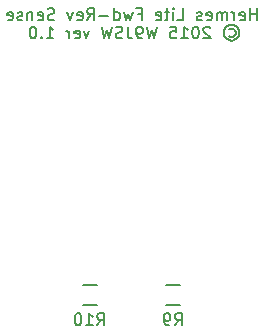
<source format=gbo>
%FSLAX46Y46*%
G04 Gerber Fmt 4.6, Leading zero omitted, Abs format (unit mm)*
G04 Created by KiCad (PCBNEW (2014-10-27 BZR 5228)-product) date 15/05/2015 07:51:36*
%MOMM*%
G01*
G04 APERTURE LIST*
%ADD10C,0.100000*%
%ADD11C,0.150000*%
G04 APERTURE END LIST*
D10*
D11*
X152911905Y-102427381D02*
X152911905Y-101427381D01*
X152911905Y-101903571D02*
X152340476Y-101903571D01*
X152340476Y-102427381D02*
X152340476Y-101427381D01*
X151483333Y-102379762D02*
X151578571Y-102427381D01*
X151769048Y-102427381D01*
X151864286Y-102379762D01*
X151911905Y-102284524D01*
X151911905Y-101903571D01*
X151864286Y-101808333D01*
X151769048Y-101760714D01*
X151578571Y-101760714D01*
X151483333Y-101808333D01*
X151435714Y-101903571D01*
X151435714Y-101998810D01*
X151911905Y-102094048D01*
X151007143Y-102427381D02*
X151007143Y-101760714D01*
X151007143Y-101951190D02*
X150959524Y-101855952D01*
X150911905Y-101808333D01*
X150816667Y-101760714D01*
X150721428Y-101760714D01*
X150388095Y-102427381D02*
X150388095Y-101760714D01*
X150388095Y-101855952D02*
X150340476Y-101808333D01*
X150245238Y-101760714D01*
X150102380Y-101760714D01*
X150007142Y-101808333D01*
X149959523Y-101903571D01*
X149959523Y-102427381D01*
X149959523Y-101903571D02*
X149911904Y-101808333D01*
X149816666Y-101760714D01*
X149673809Y-101760714D01*
X149578571Y-101808333D01*
X149530952Y-101903571D01*
X149530952Y-102427381D01*
X148673809Y-102379762D02*
X148769047Y-102427381D01*
X148959524Y-102427381D01*
X149054762Y-102379762D01*
X149102381Y-102284524D01*
X149102381Y-101903571D01*
X149054762Y-101808333D01*
X148959524Y-101760714D01*
X148769047Y-101760714D01*
X148673809Y-101808333D01*
X148626190Y-101903571D01*
X148626190Y-101998810D01*
X149102381Y-102094048D01*
X148245238Y-102379762D02*
X148150000Y-102427381D01*
X147959524Y-102427381D01*
X147864285Y-102379762D01*
X147816666Y-102284524D01*
X147816666Y-102236905D01*
X147864285Y-102141667D01*
X147959524Y-102094048D01*
X148102381Y-102094048D01*
X148197619Y-102046429D01*
X148245238Y-101951190D01*
X148245238Y-101903571D01*
X148197619Y-101808333D01*
X148102381Y-101760714D01*
X147959524Y-101760714D01*
X147864285Y-101808333D01*
X146149999Y-102427381D02*
X146626190Y-102427381D01*
X146626190Y-101427381D01*
X145816666Y-102427381D02*
X145816666Y-101760714D01*
X145816666Y-101427381D02*
X145864285Y-101475000D01*
X145816666Y-101522619D01*
X145769047Y-101475000D01*
X145816666Y-101427381D01*
X145816666Y-101522619D01*
X145483333Y-101760714D02*
X145102381Y-101760714D01*
X145340476Y-101427381D02*
X145340476Y-102284524D01*
X145292857Y-102379762D01*
X145197619Y-102427381D01*
X145102381Y-102427381D01*
X144388094Y-102379762D02*
X144483332Y-102427381D01*
X144673809Y-102427381D01*
X144769047Y-102379762D01*
X144816666Y-102284524D01*
X144816666Y-101903571D01*
X144769047Y-101808333D01*
X144673809Y-101760714D01*
X144483332Y-101760714D01*
X144388094Y-101808333D01*
X144340475Y-101903571D01*
X144340475Y-101998810D01*
X144816666Y-102094048D01*
X142816665Y-101903571D02*
X143149999Y-101903571D01*
X143149999Y-102427381D02*
X143149999Y-101427381D01*
X142673808Y-101427381D01*
X142388094Y-101760714D02*
X142197618Y-102427381D01*
X142007141Y-101951190D01*
X141816665Y-102427381D01*
X141626189Y-101760714D01*
X140816665Y-102427381D02*
X140816665Y-101427381D01*
X140816665Y-102379762D02*
X140911903Y-102427381D01*
X141102380Y-102427381D01*
X141197618Y-102379762D01*
X141245237Y-102332143D01*
X141292856Y-102236905D01*
X141292856Y-101951190D01*
X141245237Y-101855952D01*
X141197618Y-101808333D01*
X141102380Y-101760714D01*
X140911903Y-101760714D01*
X140816665Y-101808333D01*
X140340475Y-102046429D02*
X139578570Y-102046429D01*
X138530951Y-102427381D02*
X138864285Y-101951190D01*
X139102380Y-102427381D02*
X139102380Y-101427381D01*
X138721427Y-101427381D01*
X138626189Y-101475000D01*
X138578570Y-101522619D01*
X138530951Y-101617857D01*
X138530951Y-101760714D01*
X138578570Y-101855952D01*
X138626189Y-101903571D01*
X138721427Y-101951190D01*
X139102380Y-101951190D01*
X137721427Y-102379762D02*
X137816665Y-102427381D01*
X138007142Y-102427381D01*
X138102380Y-102379762D01*
X138149999Y-102284524D01*
X138149999Y-101903571D01*
X138102380Y-101808333D01*
X138007142Y-101760714D01*
X137816665Y-101760714D01*
X137721427Y-101808333D01*
X137673808Y-101903571D01*
X137673808Y-101998810D01*
X138149999Y-102094048D01*
X137340475Y-101760714D02*
X137102380Y-102427381D01*
X136864284Y-101760714D01*
X135769046Y-102379762D02*
X135626189Y-102427381D01*
X135388093Y-102427381D01*
X135292855Y-102379762D01*
X135245236Y-102332143D01*
X135197617Y-102236905D01*
X135197617Y-102141667D01*
X135245236Y-102046429D01*
X135292855Y-101998810D01*
X135388093Y-101951190D01*
X135578570Y-101903571D01*
X135673808Y-101855952D01*
X135721427Y-101808333D01*
X135769046Y-101713095D01*
X135769046Y-101617857D01*
X135721427Y-101522619D01*
X135673808Y-101475000D01*
X135578570Y-101427381D01*
X135340474Y-101427381D01*
X135197617Y-101475000D01*
X134388093Y-102379762D02*
X134483331Y-102427381D01*
X134673808Y-102427381D01*
X134769046Y-102379762D01*
X134816665Y-102284524D01*
X134816665Y-101903571D01*
X134769046Y-101808333D01*
X134673808Y-101760714D01*
X134483331Y-101760714D01*
X134388093Y-101808333D01*
X134340474Y-101903571D01*
X134340474Y-101998810D01*
X134816665Y-102094048D01*
X133911903Y-101760714D02*
X133911903Y-102427381D01*
X133911903Y-101855952D02*
X133864284Y-101808333D01*
X133769046Y-101760714D01*
X133626188Y-101760714D01*
X133530950Y-101808333D01*
X133483331Y-101903571D01*
X133483331Y-102427381D01*
X133054760Y-102379762D02*
X132959522Y-102427381D01*
X132769046Y-102427381D01*
X132673807Y-102379762D01*
X132626188Y-102284524D01*
X132626188Y-102236905D01*
X132673807Y-102141667D01*
X132769046Y-102094048D01*
X132911903Y-102094048D01*
X133007141Y-102046429D01*
X133054760Y-101951190D01*
X133054760Y-101903571D01*
X133007141Y-101808333D01*
X132911903Y-101760714D01*
X132769046Y-101760714D01*
X132673807Y-101808333D01*
X131816664Y-102379762D02*
X131911902Y-102427381D01*
X132102379Y-102427381D01*
X132197617Y-102379762D01*
X132245236Y-102284524D01*
X132245236Y-101903571D01*
X132197617Y-101808333D01*
X132102379Y-101760714D01*
X131911902Y-101760714D01*
X131816664Y-101808333D01*
X131769045Y-101903571D01*
X131769045Y-101998810D01*
X132245236Y-102094048D01*
X150578571Y-103215476D02*
X150673809Y-103167857D01*
X150864285Y-103167857D01*
X150959523Y-103215476D01*
X151054761Y-103310714D01*
X151102380Y-103405952D01*
X151102380Y-103596429D01*
X151054761Y-103691667D01*
X150959523Y-103786905D01*
X150864285Y-103834524D01*
X150673809Y-103834524D01*
X150578571Y-103786905D01*
X150769047Y-102834524D02*
X151007142Y-102882143D01*
X151245238Y-103025000D01*
X151388095Y-103263095D01*
X151435714Y-103501190D01*
X151388095Y-103739286D01*
X151245238Y-103977381D01*
X151007142Y-104120238D01*
X150769047Y-104167857D01*
X150530952Y-104120238D01*
X150292857Y-103977381D01*
X150150000Y-103739286D01*
X150102380Y-103501190D01*
X150150000Y-103263095D01*
X150292857Y-103025000D01*
X150530952Y-102882143D01*
X150769047Y-102834524D01*
X148959523Y-103072619D02*
X148911904Y-103025000D01*
X148816666Y-102977381D01*
X148578570Y-102977381D01*
X148483332Y-103025000D01*
X148435713Y-103072619D01*
X148388094Y-103167857D01*
X148388094Y-103263095D01*
X148435713Y-103405952D01*
X149007142Y-103977381D01*
X148388094Y-103977381D01*
X147769047Y-102977381D02*
X147673808Y-102977381D01*
X147578570Y-103025000D01*
X147530951Y-103072619D01*
X147483332Y-103167857D01*
X147435713Y-103358333D01*
X147435713Y-103596429D01*
X147483332Y-103786905D01*
X147530951Y-103882143D01*
X147578570Y-103929762D01*
X147673808Y-103977381D01*
X147769047Y-103977381D01*
X147864285Y-103929762D01*
X147911904Y-103882143D01*
X147959523Y-103786905D01*
X148007142Y-103596429D01*
X148007142Y-103358333D01*
X147959523Y-103167857D01*
X147911904Y-103072619D01*
X147864285Y-103025000D01*
X147769047Y-102977381D01*
X146483332Y-103977381D02*
X147054761Y-103977381D01*
X146769047Y-103977381D02*
X146769047Y-102977381D01*
X146864285Y-103120238D01*
X146959523Y-103215476D01*
X147054761Y-103263095D01*
X145578570Y-102977381D02*
X146054761Y-102977381D01*
X146102380Y-103453571D01*
X146054761Y-103405952D01*
X145959523Y-103358333D01*
X145721427Y-103358333D01*
X145626189Y-103405952D01*
X145578570Y-103453571D01*
X145530951Y-103548810D01*
X145530951Y-103786905D01*
X145578570Y-103882143D01*
X145626189Y-103929762D01*
X145721427Y-103977381D01*
X145959523Y-103977381D01*
X146054761Y-103929762D01*
X146102380Y-103882143D01*
X144435713Y-102977381D02*
X144197618Y-103977381D01*
X144007141Y-103263095D01*
X143816665Y-103977381D01*
X143578570Y-102977381D01*
X143149999Y-103977381D02*
X142959523Y-103977381D01*
X142864284Y-103929762D01*
X142816665Y-103882143D01*
X142721427Y-103739286D01*
X142673808Y-103548810D01*
X142673808Y-103167857D01*
X142721427Y-103072619D01*
X142769046Y-103025000D01*
X142864284Y-102977381D01*
X143054761Y-102977381D01*
X143149999Y-103025000D01*
X143197618Y-103072619D01*
X143245237Y-103167857D01*
X143245237Y-103405952D01*
X143197618Y-103501190D01*
X143149999Y-103548810D01*
X143054761Y-103596429D01*
X142864284Y-103596429D01*
X142769046Y-103548810D01*
X142721427Y-103501190D01*
X142673808Y-103405952D01*
X141959522Y-102977381D02*
X141959522Y-103691667D01*
X142007142Y-103834524D01*
X142102380Y-103929762D01*
X142245237Y-103977381D01*
X142340475Y-103977381D01*
X141530951Y-103929762D02*
X141388094Y-103977381D01*
X141149998Y-103977381D01*
X141054760Y-103929762D01*
X141007141Y-103882143D01*
X140959522Y-103786905D01*
X140959522Y-103691667D01*
X141007141Y-103596429D01*
X141054760Y-103548810D01*
X141149998Y-103501190D01*
X141340475Y-103453571D01*
X141435713Y-103405952D01*
X141483332Y-103358333D01*
X141530951Y-103263095D01*
X141530951Y-103167857D01*
X141483332Y-103072619D01*
X141435713Y-103025000D01*
X141340475Y-102977381D01*
X141102379Y-102977381D01*
X140959522Y-103025000D01*
X140626189Y-102977381D02*
X140388094Y-103977381D01*
X140197617Y-103263095D01*
X140007141Y-103977381D01*
X139769046Y-102977381D01*
X138721427Y-103310714D02*
X138483332Y-103977381D01*
X138245236Y-103310714D01*
X137483331Y-103929762D02*
X137578569Y-103977381D01*
X137769046Y-103977381D01*
X137864284Y-103929762D01*
X137911903Y-103834524D01*
X137911903Y-103453571D01*
X137864284Y-103358333D01*
X137769046Y-103310714D01*
X137578569Y-103310714D01*
X137483331Y-103358333D01*
X137435712Y-103453571D01*
X137435712Y-103548810D01*
X137911903Y-103644048D01*
X137007141Y-103977381D02*
X137007141Y-103310714D01*
X137007141Y-103501190D02*
X136959522Y-103405952D01*
X136911903Y-103358333D01*
X136816665Y-103310714D01*
X136721426Y-103310714D01*
X135102378Y-103977381D02*
X135673807Y-103977381D01*
X135388093Y-103977381D02*
X135388093Y-102977381D01*
X135483331Y-103120238D01*
X135578569Y-103215476D01*
X135673807Y-103263095D01*
X134673807Y-103882143D02*
X134626188Y-103929762D01*
X134673807Y-103977381D01*
X134721426Y-103929762D01*
X134673807Y-103882143D01*
X134673807Y-103977381D01*
X134007141Y-102977381D02*
X133911902Y-102977381D01*
X133816664Y-103025000D01*
X133769045Y-103072619D01*
X133721426Y-103167857D01*
X133673807Y-103358333D01*
X133673807Y-103596429D01*
X133721426Y-103786905D01*
X133769045Y-103882143D01*
X133816664Y-103929762D01*
X133911902Y-103977381D01*
X134007141Y-103977381D01*
X134102379Y-103929762D01*
X134149998Y-103882143D01*
X134197617Y-103786905D01*
X134245236Y-103596429D01*
X134245236Y-103358333D01*
X134197617Y-103167857D01*
X134149998Y-103072619D01*
X134102379Y-103025000D01*
X134007141Y-102977381D01*
X146400000Y-124825000D02*
X145200000Y-124825000D01*
X145200000Y-126575000D02*
X146400000Y-126575000D01*
X139350000Y-124825000D02*
X138150000Y-124825000D01*
X138150000Y-126575000D02*
X139350000Y-126575000D01*
X145966666Y-128252381D02*
X146300000Y-127776190D01*
X146538095Y-128252381D02*
X146538095Y-127252381D01*
X146157142Y-127252381D01*
X146061904Y-127300000D01*
X146014285Y-127347619D01*
X145966666Y-127442857D01*
X145966666Y-127585714D01*
X146014285Y-127680952D01*
X146061904Y-127728571D01*
X146157142Y-127776190D01*
X146538095Y-127776190D01*
X145490476Y-128252381D02*
X145300000Y-128252381D01*
X145204761Y-128204762D01*
X145157142Y-128157143D01*
X145061904Y-128014286D01*
X145014285Y-127823810D01*
X145014285Y-127442857D01*
X145061904Y-127347619D01*
X145109523Y-127300000D01*
X145204761Y-127252381D01*
X145395238Y-127252381D01*
X145490476Y-127300000D01*
X145538095Y-127347619D01*
X145585714Y-127442857D01*
X145585714Y-127680952D01*
X145538095Y-127776190D01*
X145490476Y-127823810D01*
X145395238Y-127871429D01*
X145204761Y-127871429D01*
X145109523Y-127823810D01*
X145061904Y-127776190D01*
X145014285Y-127680952D01*
X139392857Y-128252381D02*
X139726191Y-127776190D01*
X139964286Y-128252381D02*
X139964286Y-127252381D01*
X139583333Y-127252381D01*
X139488095Y-127300000D01*
X139440476Y-127347619D01*
X139392857Y-127442857D01*
X139392857Y-127585714D01*
X139440476Y-127680952D01*
X139488095Y-127728571D01*
X139583333Y-127776190D01*
X139964286Y-127776190D01*
X138440476Y-128252381D02*
X139011905Y-128252381D01*
X138726191Y-128252381D02*
X138726191Y-127252381D01*
X138821429Y-127395238D01*
X138916667Y-127490476D01*
X139011905Y-127538095D01*
X137821429Y-127252381D02*
X137726190Y-127252381D01*
X137630952Y-127300000D01*
X137583333Y-127347619D01*
X137535714Y-127442857D01*
X137488095Y-127633333D01*
X137488095Y-127871429D01*
X137535714Y-128061905D01*
X137583333Y-128157143D01*
X137630952Y-128204762D01*
X137726190Y-128252381D01*
X137821429Y-128252381D01*
X137916667Y-128204762D01*
X137964286Y-128157143D01*
X138011905Y-128061905D01*
X138059524Y-127871429D01*
X138059524Y-127633333D01*
X138011905Y-127442857D01*
X137964286Y-127347619D01*
X137916667Y-127300000D01*
X137821429Y-127252381D01*
M02*

</source>
